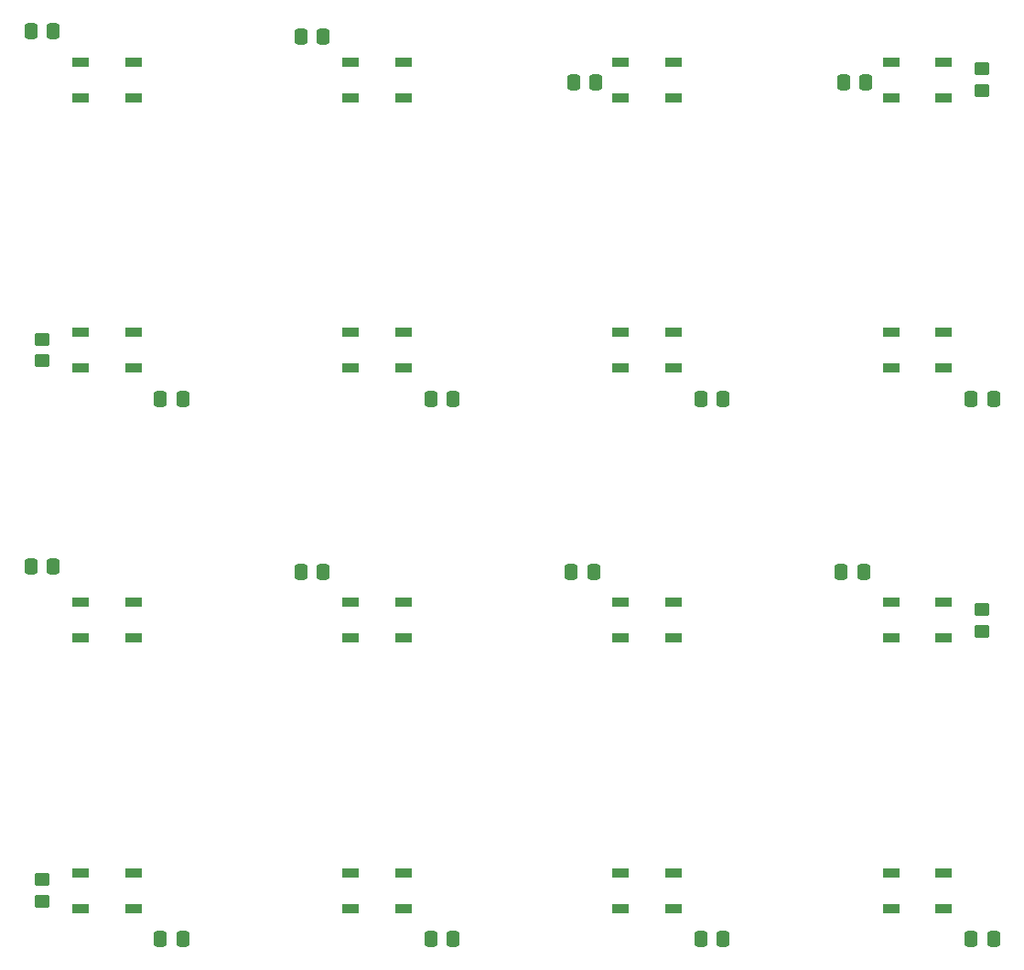
<source format=gtp>
%TF.GenerationSoftware,KiCad,Pcbnew,9.0.6*%
%TF.CreationDate,2025-11-15T09:42:16+01:00*%
%TF.ProjectId,mux_led_reed,6d75785f-6c65-4645-9f72-6565642e6b69,1*%
%TF.SameCoordinates,Original*%
%TF.FileFunction,Paste,Top*%
%TF.FilePolarity,Positive*%
%FSLAX46Y46*%
G04 Gerber Fmt 4.6, Leading zero omitted, Abs format (unit mm)*
G04 Created by KiCad (PCBNEW 9.0.6) date 2025-11-15 09:42:16*
%MOMM*%
%LPD*%
G01*
G04 APERTURE LIST*
G04 Aperture macros list*
%AMRoundRect*
0 Rectangle with rounded corners*
0 $1 Rounding radius*
0 $2 $3 $4 $5 $6 $7 $8 $9 X,Y pos of 4 corners*
0 Add a 4 corners polygon primitive as box body*
4,1,4,$2,$3,$4,$5,$6,$7,$8,$9,$2,$3,0*
0 Add four circle primitives for the rounded corners*
1,1,$1+$1,$2,$3*
1,1,$1+$1,$4,$5*
1,1,$1+$1,$6,$7*
1,1,$1+$1,$8,$9*
0 Add four rect primitives between the rounded corners*
20,1,$1+$1,$2,$3,$4,$5,0*
20,1,$1+$1,$4,$5,$6,$7,0*
20,1,$1+$1,$6,$7,$8,$9,0*
20,1,$1+$1,$8,$9,$2,$3,0*%
G04 Aperture macros list end*
%ADD10RoundRect,0.090000X0.660000X0.360000X-0.660000X0.360000X-0.660000X-0.360000X0.660000X-0.360000X0*%
%ADD11RoundRect,0.250000X-0.337500X-0.475000X0.337500X-0.475000X0.337500X0.475000X-0.337500X0.475000X0*%
%ADD12RoundRect,0.250000X0.450000X-0.350000X0.450000X0.350000X-0.450000X0.350000X-0.450000X-0.350000X0*%
%ADD13RoundRect,0.090000X-0.660000X-0.360000X0.660000X-0.360000X0.660000X0.360000X-0.660000X0.360000X0*%
%ADD14RoundRect,0.250000X0.337500X0.475000X-0.337500X0.475000X-0.337500X-0.475000X0.337500X-0.475000X0*%
G04 APERTURE END LIST*
D10*
%TO.C,D11*%
X145570000Y-83730000D03*
X145570000Y-80430000D03*
X140670000Y-80430000D03*
X140670000Y-83730000D03*
%TD*%
D11*
%TO.C,C13*%
X161282500Y-57280000D03*
X163357500Y-57280000D03*
%TD*%
D10*
%TO.C,D1*%
X95570000Y-133730000D03*
X95570000Y-130430000D03*
X90670000Y-130430000D03*
X90670000Y-133730000D03*
%TD*%
%TO.C,D10*%
X120570000Y-83730000D03*
X120570000Y-80430000D03*
X115670000Y-80430000D03*
X115670000Y-83730000D03*
%TD*%
%TO.C,D12*%
X170570000Y-83730000D03*
X170570000Y-80430000D03*
X165670000Y-80430000D03*
X165670000Y-83730000D03*
%TD*%
D11*
%TO.C,C16*%
X86082500Y-52580000D03*
X88157500Y-52580000D03*
%TD*%
%TO.C,C7*%
X111082500Y-102580000D03*
X113157500Y-102580000D03*
%TD*%
D12*
%TO.C,R4*%
X174120000Y-58080000D03*
X174120000Y-56080000D03*
%TD*%
%TO.C,R2*%
X174120000Y-108080000D03*
X174120000Y-106080000D03*
%TD*%
D11*
%TO.C,C14*%
X136282500Y-57280000D03*
X138357500Y-57280000D03*
%TD*%
D13*
%TO.C,D16*%
X90670000Y-55430000D03*
X90670000Y-58730000D03*
X95570000Y-58730000D03*
X95570000Y-55430000D03*
%TD*%
D11*
%TO.C,C8*%
X86082500Y-102080000D03*
X88157500Y-102080000D03*
%TD*%
D13*
%TO.C,D8*%
X90670000Y-105430000D03*
X90670000Y-108730000D03*
X95570000Y-108730000D03*
X95570000Y-105430000D03*
%TD*%
D14*
%TO.C,C2*%
X125157500Y-136580000D03*
X123082500Y-136580000D03*
%TD*%
D10*
%TO.C,D3*%
X145570000Y-133730000D03*
X145570000Y-130430000D03*
X140670000Y-130430000D03*
X140670000Y-133730000D03*
%TD*%
D13*
%TO.C,D6*%
X140670000Y-105430000D03*
X140670000Y-108730000D03*
X145570000Y-108730000D03*
X145570000Y-105430000D03*
%TD*%
D10*
%TO.C,D2*%
X120570000Y-133730000D03*
X120570000Y-130430000D03*
X115670000Y-130430000D03*
X115670000Y-133730000D03*
%TD*%
D14*
%TO.C,C11*%
X150157500Y-86580000D03*
X148082500Y-86580000D03*
%TD*%
D13*
%TO.C,D15*%
X115670000Y-55430000D03*
X115670000Y-58730000D03*
X120570000Y-58730000D03*
X120570000Y-55430000D03*
%TD*%
%TO.C,D7*%
X115670000Y-105430000D03*
X115670000Y-108730000D03*
X120570000Y-108730000D03*
X120570000Y-105430000D03*
%TD*%
D14*
%TO.C,C1*%
X100157500Y-136580000D03*
X98082500Y-136580000D03*
%TD*%
D13*
%TO.C,D13*%
X165670000Y-55430000D03*
X165670000Y-58730000D03*
X170570000Y-58730000D03*
X170570000Y-55430000D03*
%TD*%
D12*
%TO.C,R1*%
X87120000Y-133080000D03*
X87120000Y-131080000D03*
%TD*%
D14*
%TO.C,C10*%
X125157500Y-86580000D03*
X123082500Y-86580000D03*
%TD*%
%TO.C,C4*%
X175157500Y-136580000D03*
X173082500Y-136580000D03*
%TD*%
D11*
%TO.C,C5*%
X161082500Y-102580000D03*
X163157500Y-102580000D03*
%TD*%
D12*
%TO.C,R3*%
X87120000Y-83080000D03*
X87120000Y-81080000D03*
%TD*%
D14*
%TO.C,C12*%
X175157500Y-86580000D03*
X173082500Y-86580000D03*
%TD*%
%TO.C,C3*%
X150157500Y-136580000D03*
X148082500Y-136580000D03*
%TD*%
D10*
%TO.C,D9*%
X95570000Y-83730000D03*
X95570000Y-80430000D03*
X90670000Y-80430000D03*
X90670000Y-83730000D03*
%TD*%
D13*
%TO.C,D14*%
X140670000Y-55430000D03*
X140670000Y-58730000D03*
X145570000Y-58730000D03*
X145570000Y-55430000D03*
%TD*%
D11*
%TO.C,C6*%
X136082500Y-102580000D03*
X138157500Y-102580000D03*
%TD*%
D14*
%TO.C,C9*%
X100157500Y-86580000D03*
X98082500Y-86580000D03*
%TD*%
D11*
%TO.C,C15*%
X111082500Y-53080000D03*
X113157500Y-53080000D03*
%TD*%
D10*
%TO.C,D4*%
X170570000Y-133730000D03*
X170570000Y-130430000D03*
X165670000Y-130430000D03*
X165670000Y-133730000D03*
%TD*%
D13*
%TO.C,D5*%
X165670000Y-105430000D03*
X165670000Y-108730000D03*
X170570000Y-108730000D03*
X170570000Y-105430000D03*
%TD*%
M02*

</source>
